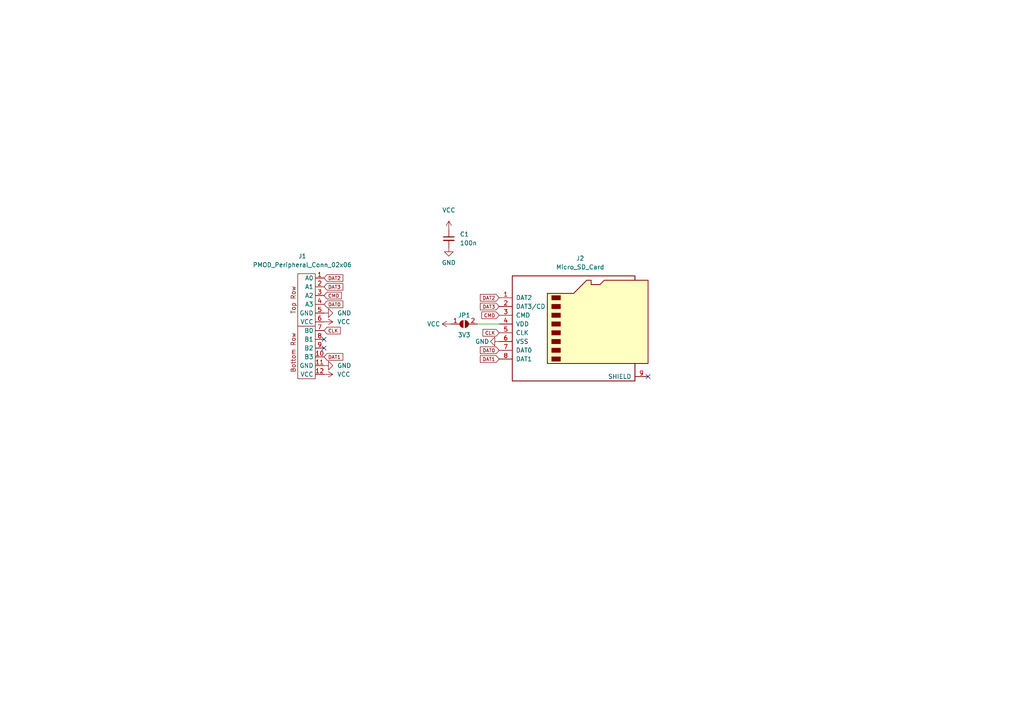
<source format=kicad_sch>
(kicad_sch (version 20211123) (generator eeschema)
  (paper "A4")
  (title_block (title "PMOD microSD Breakout") (date "2022-05-11") (rev "1") (company "Verneri Hirvonen"))
  (lib_symbols
    (symbol "Connector:Micro_SD_Card" (pin_names (offset 1.016))
      (property "Reference" "J" (at -16.51 15.24 0))
      (property "Value" "Micro_SD_Card" (at 16.51 15.24 0))
      (symbol "Micro_SD_Card_0_1"
        (rectangle (start -7.62 -9.525) (end -5.08 -10.795) (fill (type outline)))
        (rectangle (start -7.62 -6.985) (end -5.08 -8.255) (fill (type outline)))
        (rectangle (start -7.62 -4.445) (end -5.08 -5.715) (fill (type outline)))
        (rectangle (start -7.62 -1.905) (end -5.08 -3.175) (fill (type outline)))
        (rectangle (start -7.62 0.635) (end -5.08 -0.635) (fill (type outline)))
        (rectangle (start -7.62 3.175) (end -5.08 1.905) (fill (type outline)))
        (rectangle (start -7.62 5.715) (end -5.08 4.445) (fill (type outline)))
        (rectangle (start -7.62 8.255) (end -5.08 6.985) (fill (type outline)))
        (polyline (pts (xy 16.51 12.7) (xy 16.51 13.97) (xy -19.05 13.97) (xy -19.05 -16.51) (xy 16.51 -16.51) (xy 16.51 -11.43)) (stroke (width 0.254)))
        (polyline (pts (xy -8.89 -11.43) (xy -8.89 8.89) (xy -1.27 8.89) (xy 2.54 12.7) (xy 3.81 12.7) (xy 3.81 11.43) (xy 6.35 11.43) (xy 7.62 12.7) (xy 20.32 12.7) (xy 20.32 -11.43) (xy -8.89 -11.43)) (stroke (width 0.254)) (fill (type background)))
      )
      (symbol "Micro_SD_Card_1_1"
        (pin bidirectional line (at -22.86 7.62 0) (length 3.81) (name "DAT2") (number "1"))
        (pin bidirectional line (at -22.86 5.08 0) (length 3.81) (name "DAT3/CD") (number "2"))
        (pin input line (at -22.86 2.54 0) (length 3.81) (name "CMD") (number "3"))
        (pin power_in line (at -22.86 0 0) (length 3.81) (name "VDD") (number "4"))
        (pin input line (at -22.86 -2.54 0) (length 3.81) (name "CLK") (number "5"))
        (pin power_in line (at -22.86 -5.08 0) (length 3.81) (name "VSS") (number "6"))
        (pin bidirectional line (at -22.86 -7.62 0) (length 3.81) (name "DAT0") (number "7"))
        (pin bidirectional line (at -22.86 -10.16 0) (length 3.81) (name "DAT1") (number "8"))
        (pin passive line (at 20.32 -15.24 180) (length 3.81) (name "SHIELD") (number "9"))
      )
    )
    (symbol "Device:C_Small" (pin_numbers hide) (pin_names (offset 0.254) hide)
      (property "Reference" "C" (at 0.254 1.778 0))
      (property "Value" "C_Small" (at 0.254 -2.032 0))
      (symbol "C_Small_0_1"
        (polyline (pts (xy -1.524 -0.508) (xy 1.524 -0.508)) (stroke (width 0.3302)))
        (polyline (pts (xy -1.524 0.508) (xy 1.524 0.508)) (stroke (width 0.3048)))
      )
      (symbol "C_Small_1_1"
        (pin passive line (at 0 2.54 270) (length 2.032) (name "~") (number "1"))
        (pin passive line (at 0 -2.54 90) (length 2.032) (name "~") (number "2"))
      )
    )
    (symbol "Jumper:SolderJumper_2_Open" (pin_names (offset 0) hide)
      (property "Reference" "JP" (at 0 2.032 0))
      (property "Value" "SolderJumper_2_Open" (at 0 -2.54 0))
      (symbol "SolderJumper_2_Open_0_1"
        (arc (start -0.254 1.016) (mid -1.27 0) (end -0.254 -1.016))
        (arc (start -0.254 1.016) (mid -1.27 0) (end -0.254 -1.016) (fill (type outline)))
        (polyline (pts (xy -0.254 1.016) (xy -0.254 -1.016)))
        (polyline (pts (xy 0.254 1.016) (xy 0.254 -1.016)))
        (arc (start 0.254 -1.016) (mid 1.27 0) (end 0.254 1.016))
        (arc (start 0.254 -1.016) (mid 1.27 0) (end 0.254 1.016) (fill (type outline)))
      )
      (symbol "SolderJumper_2_Open_1_1"
        (pin passive line (at -3.81 0 0) (length 2.54) (name "A") (number "1"))
        (pin passive line (at 3.81 0 180) (length 2.54) (name "B") (number "2"))
      )
    )
    (symbol "pmod:PMOD_Peripheral_Conn_02x06"
      (property "Reference" "J" (at 0 -16.51 0))
      (property "Value" "PMOD_Peripheral_Conn_02x06" (at 0 17.145 0))
      (symbol "PMOD_Peripheral_Conn_02x06_0_0"
        (text "Bottom Row" (at -3.81 -7.62 900) (effects (font (size 1.27 1.27))))
        (text "Top Row" (at -3.81 7.62 900) (effects (font (size 1.27 1.27))))
      )
      (symbol "PMOD_Peripheral_Conn_02x06_0_1"
        (rectangle (start -2.54 0) (end 2.54 -15.24))
        (rectangle (start -2.54 15.24) (end 2.54 0))
      )
      (symbol "PMOD_Peripheral_Conn_02x06_1_1"
        (pin bidirectional line (at 5.08 13.97 180) (length 2.54) (name "A0") (number "1"))
        (pin bidirectional line (at 5.08 -8.89 180) (length 2.54) (name "B3") (number "10"))
        (pin power_in line (at 5.08 -11.43 180) (length 2.54) (name "GND") (number "11"))
        (pin power_in line (at 5.08 -13.97 180) (length 2.54) (name "VCC") (number "12"))
        (pin bidirectional line (at 5.08 11.43 180) (length 2.54) (name "A1") (number "2"))
        (pin bidirectional line (at 5.08 8.89 180) (length 2.54) (name "A2") (number "3"))
        (pin bidirectional line (at 5.08 6.35 180) (length 2.54) (name "A3") (number "4"))
        (pin power_in line (at 5.08 3.81 180) (length 2.54) (name "GND") (number "5"))
        (pin power_in line (at 5.08 1.27 180) (length 2.54) (name "VCC") (number "6"))
        (pin bidirectional line (at 5.08 -1.27 180) (length 2.54) (name "B0") (number "7"))
        (pin bidirectional line (at 5.08 -3.81 180) (length 2.54) (name "B1") (number "8"))
        (pin bidirectional line (at 5.08 -6.35 180) (length 2.54) (name "B2") (number "9"))
      )
    )
    (symbol "power:GND" (power) (pin_names (offset 0))
      (property "Value" "GND" (at 0 -3.81 0))
      (symbol "GND_0_1"
        (polyline (pts (xy 0 0) (xy 0 -1.27) (xy 1.27 -1.27) (xy 0 -2.54) (xy -1.27 -1.27) (xy 0 -1.27)))
      )
      (symbol "GND_1_1"
        (pin power_in line (at 0 0 270) (length 0) hide (name "GND") (number "1"))
      )
    )
    (symbol "power:VCC" (power) (pin_names (offset 0))
      (property "Value" "VCC" (at 0 3.81 0))
      (symbol "VCC_0_1"
        (polyline (pts (xy -0.762 1.27) (xy 0 2.54)))
        (polyline (pts (xy 0 0) (xy 0 2.54)))
        (polyline (pts (xy 0 2.54) (xy 0.762 1.27)))
      )
      (symbol "VCC_1_1"
        (pin power_in line (at 0 0 90) (length 0) hide (name "VCC") (number "1"))
      )
    )
  )
  (no_connect (at 187.96 109.22))
  (no_connect (at 93.98 100.965))
  (no_connect (at 93.98 98.425))
  (wire (pts (xy 138.43 93.98) (xy 144.78 93.98)))
  (global_label "DAT2" (shape input) (at 93.98 80.645 0) (effects (font (size 1 1))) (property "Intersheet References" "${INTERSHEET_REFS}" (effects hide)))
  (global_label "DAT0" (shape input) (at 93.98 88.265 0) (effects (font (size 1 1))) (property "Intersheet References" "${INTERSHEET_REFS}" (effects hide)))
  (global_label "DAT1" (shape input) (at 144.78 104.14 180) (effects (font (size 1 1))) (property "Intersheet References" "${INTERSHEET_REFS}" (effects hide)))
  (global_label "DAT0" (shape input) (at 144.78 101.6 180) (effects (font (size 1 1))) (property "Intersheet References" "${INTERSHEET_REFS}" (effects hide)))
  (global_label "CMD" (shape input) (at 144.78 91.44 180) (effects (font (size 1 1))) (property "Intersheet References" "${INTERSHEET_REFS}" (effects hide)))
  (global_label "DAT1" (shape input) (at 93.98 103.505 0) (effects (font (size 1 1))) (property "Intersheet References" "${INTERSHEET_REFS}" (effects hide)))
  (global_label "CLK" (shape input) (at 93.98 95.885 0) (effects (font (size 1 1))) (property "Intersheet References" "${INTERSHEET_REFS}" (effects hide)))
  (global_label "DAT2" (shape input) (at 144.78 86.36 180) (effects (font (size 1 1))) (property "Intersheet References" "${INTERSHEET_REFS}" (effects hide)))
  (global_label "CLK" (shape input) (at 144.78 96.52 180) (effects (font (size 1 1))) (property "Intersheet References" "${INTERSHEET_REFS}" (effects hide)))
  (global_label "DAT3" (shape input) (at 144.78 88.9 180) (effects (font (size 1 1))) (property "Intersheet References" "${INTERSHEET_REFS}" (effects hide)))
  (global_label "CMD" (shape input) (at 93.98 85.725 0) (effects (font (size 1 1))) (property "Intersheet References" "${INTERSHEET_REFS}" (effects hide)))
  (global_label "DAT3" (shape input) (at 93.98 83.185 0) (effects (font (size 1 1))) (property "Intersheet References" "${INTERSHEET_REFS}" (effects hide)))
  (symbol (lib_id "power:VCC") (at 93.98 93.345 270) (unit 1)
    (property "Reference" "#PWR0102" (effects hide))
    (property "Value" "VCC" (at 97.79 93.3449 90) (effects (justify left)))
  )
  (symbol (lib_id "power:VCC") (at 130.81 93.98 90) (unit 1)
    (property "Reference" "#PWR0101" (effects hide))
    (property "Value" "VCC" (at 123.825 93.98 90) (effects (justify right)))
  )
  (symbol (lib_id "power:VCC") (at 93.98 108.585 270) (unit 1)
    (property "Reference" "#PWR0104" (effects hide))
    (property "Value" "VCC" (at 97.79 108.5849 90) (effects (justify left)))
  )
  (symbol (lib_id "pmod:PMOD_Peripheral_Conn_02x06") (at 88.9 94.615 0) (unit 1)
    (property "Reference" "J1" (at 87.6942 74.295 0))
    (property "Value" "PMOD_Peripheral_Conn_02x06" (at 87.6942 76.835 0))
    (property "Footprint" "pmod:PMOD_PinHeader_2x06_P2.54mm_Horizontal" (effects hide))
  )
  (symbol (lib_id "Connector:Micro_SD_Card") (at 167.64 93.98 0) (unit 1)
    (property "Reference" "J2" (at 168.275 74.93 0))
    (property "Value" "Micro_SD_Card" (at 168.275 77.47 0))
    (property "Footprint" "microSD:microSD" (effects hide))
    (property "Datasheet" "http://katalog.we-online.de/em/datasheet/693072010801.pdf" (effects hide))
  )
  (symbol (lib_id "power:GND") (at 93.98 106.045 90) (unit 1)
    (property "Reference" "#PWR0105" (effects hide))
    (property "Value" "GND" (at 97.79 106.0449 90) (effects (justify right)))
  )
  (symbol (lib_id "power:GND") (at 130.175 71.755 0) (unit 1)
    (property "Reference" "#PWR02" (effects hide))
    (property "Value" "GND" (at 130.175 76.2 0))
  )
  (symbol (lib_id "Jumper:SolderJumper_2_Open") (at 134.62 93.98 0) (unit 1)
    (property "Reference" "JP1" (at 134.62 91.44 0))
    (property "Value" "3V3" (at 134.62 97.155 0))
    (property "Footprint" "Jumper:SolderJumper-2_P1.3mm_Open_RoundedPad1.0x1.5mm" (effects hide))
  )
  (symbol (lib_id "Device:C_Small") (at 130.175 69.215 0) (unit 1)
    (property "Reference" "C1" (at 133.35 67.9512 0) (effects (justify left)))
    (property "Value" "100n" (at 133.35 70.4912 0) (effects (justify left)))
    (property "Footprint" "Capacitor_SMD:C_0603_1608Metric_Pad1.08x0.95mm_HandSolder" (effects hide))
  )
  (symbol (lib_id "power:GND") (at 144.78 99.06 270) (unit 1)
    (property "Reference" "#PWR0106" (effects hide))
    (property "Value" "GND" (at 137.795 99.06 90) (effects (justify left)))
  )
  (symbol (lib_id "power:GND") (at 93.98 90.805 90) (unit 1)
    (property "Reference" "#PWR0103" (effects hide))
    (property "Value" "GND" (at 97.79 90.8049 90) (effects (justify right)))
  )
  (symbol (lib_id "power:VCC") (at 130.175 66.675 0) (unit 1)
    (property "Reference" "#PWR01" (effects hide))
    (property "Value" "VCC" (at 130.175 60.96 0))
  )
)
</source>
